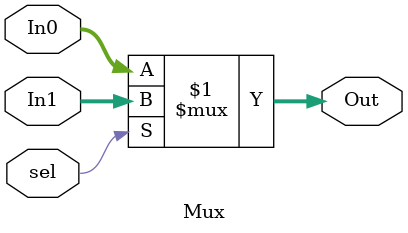
<source format=v>
`timescale 1ns / 1ps


module Mux(
    input [7:0] In0,In1,
    input sel,
    output [7:0] Out
    );
        assign Out = (sel) ? In1:In0;
endmodule

</source>
